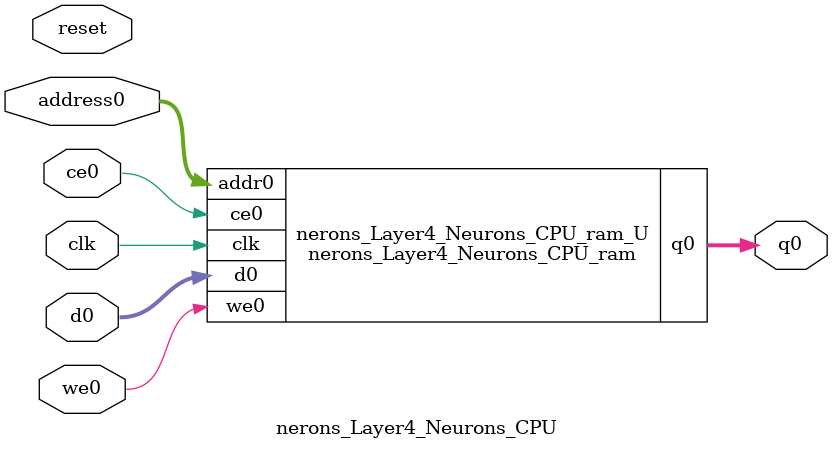
<source format=v>
`timescale 1 ns / 1 ps
module nerons_Layer4_Neurons_CPU_ram (addr0, ce0, d0, we0, q0,  clk);

parameter DWIDTH = 16;
parameter AWIDTH = 7;
parameter MEM_SIZE = 100;

input[AWIDTH-1:0] addr0;
input ce0;
input[DWIDTH-1:0] d0;
input we0;
output reg[DWIDTH-1:0] q0;
input clk;

(* ram_style = "block" *)reg [DWIDTH-1:0] ram[0:MEM_SIZE-1];




always @(posedge clk)  
begin 
    if (ce0) 
    begin
        if (we0) 
        begin 
            ram[addr0] <= d0; 
        end 
        q0 <= ram[addr0];
    end
end


endmodule

`timescale 1 ns / 1 ps
module nerons_Layer4_Neurons_CPU(
    reset,
    clk,
    address0,
    ce0,
    we0,
    d0,
    q0);

parameter DataWidth = 32'd16;
parameter AddressRange = 32'd100;
parameter AddressWidth = 32'd7;
input reset;
input clk;
input[AddressWidth - 1:0] address0;
input ce0;
input we0;
input[DataWidth - 1:0] d0;
output[DataWidth - 1:0] q0;



nerons_Layer4_Neurons_CPU_ram nerons_Layer4_Neurons_CPU_ram_U(
    .clk( clk ),
    .addr0( address0 ),
    .ce0( ce0 ),
    .we0( we0 ),
    .d0( d0 ),
    .q0( q0 ));

endmodule


</source>
